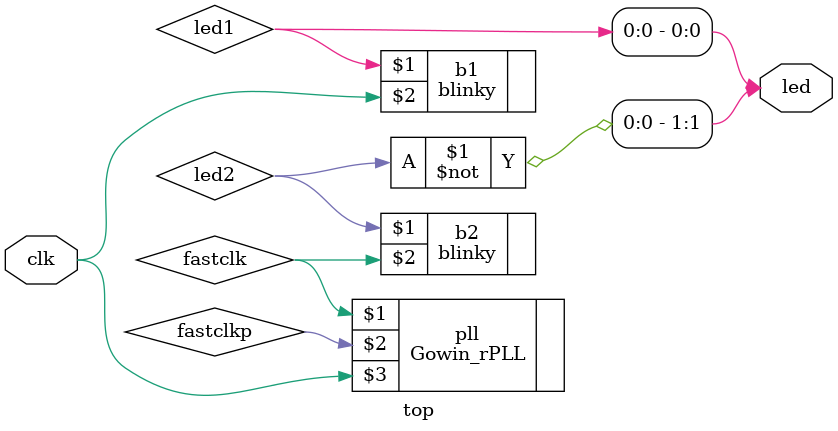
<source format=v>
/*
-Project: blinky-pll
-Author: poge-st
-Created: 2024.03.26
-Board: Tang Nano 9k
-Description:
usage of the tang nano 9k pll, 2 blinky instances are used with different clocks
*/


module top (
    output [1:0] led,
    input clk
);

wire led1;
wire led2;

wire fastclk;
wire fastclkp;

Gowin_rPLL pll (fastclk,fastclkp,clk);

blinky b1 (led1, clk);
blinky b2 (led2, fastclk);

assign led[0] = led1;
assign led[1] =  ~led2;

endmodule
</source>
